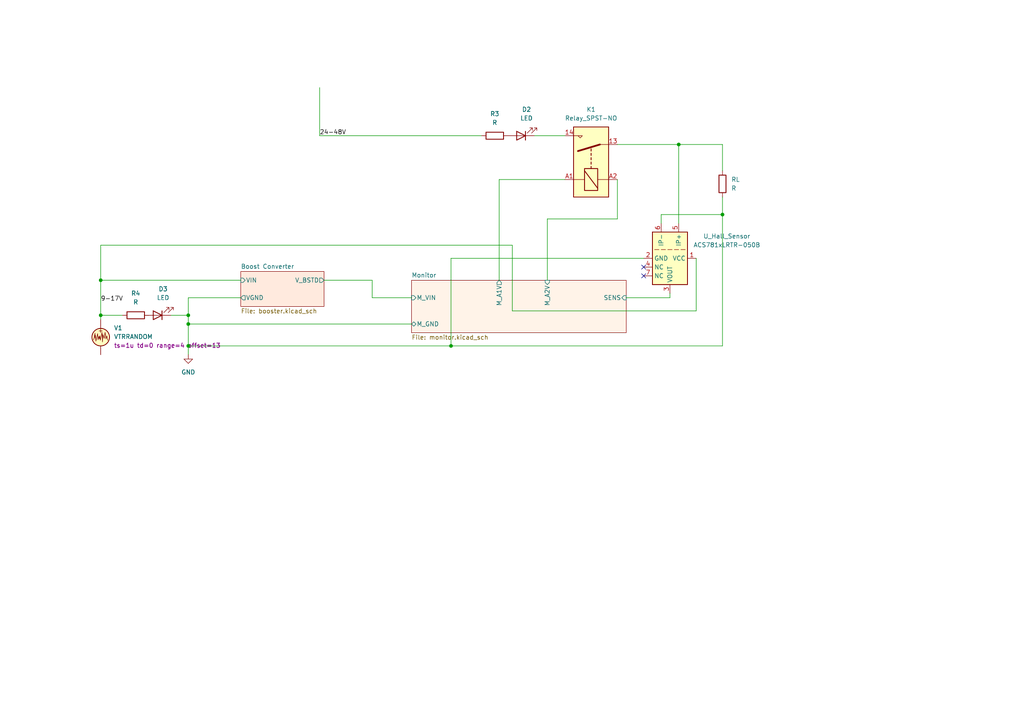
<source format=kicad_sch>
(kicad_sch (version 20250114) (generator "eeschema") (generator_version "9.0")
  (paper "A4")
  (title_block (title "Template") (date "2022-04-19") (rev "V0") (company "E-Agle TRT"))
  (lib_symbols
    (symbol "Device:LED" (pin_numbers (hide yes)) (pin_names (offset 1.016) (hide yes))
      (property "Reference" "D" (at 0 2.54 0))
      (property "Value" "LED" (at 0 -2.54 0))
      (symbol "LED_0_1"
        (polyline (pts (xy -3.048 -0.762) (xy -4.572 -2.286) (xy -3.81 -2.286) (xy -4.572 -2.286) (xy -4.572 -1.524)))
        (polyline (pts (xy -1.778 -0.762) (xy -3.302 -2.286) (xy -2.54 -2.286) (xy -3.302 -2.286) (xy -3.302 -1.524)))
        (polyline (pts (xy -1.27 0) (xy 1.27 0)))
        (polyline (pts (xy -1.27 -1.27) (xy -1.27 1.27)) (stroke (width 0.254)))
        (polyline (pts (xy 1.27 -1.27) (xy 1.27 1.27) (xy -1.27 0) (xy 1.27 -1.27)) (stroke (width 0.254)))
      )
      (symbol "LED_1_1"
        (pin passive line (at -3.81 0 0) (length 2.54) (name "K") (number "1"))
        (pin passive line (at 3.81 0 180) (length 2.54) (name "A") (number "2"))
      )
    )
    (symbol "Device:R" (pin_numbers (hide yes)) (pin_names (offset 0))
      (property "Reference" "R" (at 2.032 0 90))
      (property "Value" "R" (at 0 0 90))
      (symbol "R_0_1"
        (rectangle (start -1.016 -2.54) (end 1.016 2.54) (stroke (width 0.254)))
      )
      (symbol "R_1_1"
        (pin passive line (at 0 3.81 270) (length 1.27) (name "~") (number "1"))
        (pin passive line (at 0 -3.81 90) (length 1.27) (name "~") (number "2"))
      )
    )
    (symbol "Relay:Relay_SPST-NO"
      (property "Reference" "K" (at 11.43 3.81 0))
      (property "Value" "Relay_SPST-NO" (at 11.43 1.27 0))
      (symbol "Relay_SPST-NO_0_0"
        (polyline (pts (xy 7.62 5.08) (xy 7.62 2.54) (xy 6.985 3.175) (xy 7.62 3.81)))
      )
      (symbol "Relay_SPST-NO_0_1"
        (rectangle (start -10.16 5.08) (end 10.16 -5.08) (stroke (width 0.254)) (fill (type background)))
        (rectangle (start -8.255 1.905) (end -1.905 -1.905) (stroke (width 0.254)))
        (polyline (pts (xy -7.62 -1.905) (xy -2.54 1.905)) (stroke (width 0.254)))
        (polyline (pts (xy -5.08 5.08) (xy -5.08 1.905)))
        (polyline (pts (xy -5.08 -5.08) (xy -5.08 -1.905)))
        (polyline (pts (xy -1.905 0) (xy -1.27 0)) (stroke (width 0.254)))
        (polyline (pts (xy -0.635 0) (xy 0 0)) (stroke (width 0.254)))
        (polyline (pts (xy 0.635 0) (xy 1.27 0)) (stroke (width 0.254)))
        (polyline (pts (xy 1.905 0) (xy 2.54 0)) (stroke (width 0.254)))
        (polyline (pts (xy 3.175 0) (xy 3.81 0)) (stroke (width 0.254)))
        (polyline (pts (xy 5.08 -2.54) (xy 3.175 3.81)) (stroke (width 0.508)))
        (polyline (pts (xy 5.08 -2.54) (xy 5.08 -5.08)))
      )
      (symbol "Relay_SPST-NO_1_1"
        (pin passive line (at -5.08 7.62 270) (length 2.54) (name "~") (number "A1"))
        (pin passive line (at -5.08 -7.62 90) (length 2.54) (name "~") (number "A2"))
        (pin passive line (at 5.08 -7.62 90) (length 2.54) (name "~") (number "13"))
        (pin passive line (at 7.62 7.62 270) (length 2.54) (name "~") (number "14"))
      )
    )
    (symbol "Sensor_Current:ACS781xLRTR-050B"
      (property "Reference" "U" (at -7.62 6.35 0))
      (property "Value" "ACS781xLRTR-050B" (at 2.54 6.35 0))
      (symbol "ACS781xLRTR-050B_0_1"
        (rectangle (start -7.62 5.08) (end 7.62 -5.08) (stroke (width 0.254)) (fill (type background)))
        (polyline (pts (xy -2.54 3.175) (xy -2.54 4.445)))
        (polyline (pts (xy -2.54 1.27) (xy -2.54 2.54)))
        (polyline (pts (xy -2.54 0.635) (xy -2.54 -0.635)))
        (polyline (pts (xy -2.54 -1.27) (xy -2.54 -2.54)))
        (polyline (pts (xy -2.54 -3.175) (xy -2.54 -4.445)))
      )
      (symbol "ACS781xLRTR-050B_1_1"
        (pin passive line (at -10.16 2.54 0) (length 2.54) (name "IP+") (number "5"))
        (pin passive line (at -10.16 -2.54 0) (length 2.54) (name "IP-") (number "6"))
        (pin power_in line (at 0 7.62 270) (length 2.54) (name "VCC") (number "1"))
        (pin power_in line (at 0 -7.62 90) (length 2.54) (name "GND") (number "2"))
        (pin passive line (at 2.54 -7.62 90) (length 2.54) (name "NC") (number "4"))
        (pin passive line (at 5.08 -7.62 90) (length 2.54) (name "NC") (number "7"))
        (pin output line (at 10.16 0 180) (length 2.54) (name "VOUT") (number "3"))
      )
    )
    (symbol "Simulation_SPICE:VTRRANDOM" (pin_numbers (hide yes)) (pin_names (offset 0.0254))
      (property "Reference" "V" (at 2.54 2.54 0))
      (property "Value" "VTRRANDOM" (at 2.54 0 0))
      (property "Sim.Params" "ts=1u td=0 range=1 offset=0" (at 2.54 -2.54 0))
      (symbol "VTRRANDOM_0_0"
        (text "+" (at 0 1.905 0) (effects (font (size 1.27 1.27))))
      )
      (symbol "VTRRANDOM_0_1"
        (polyline (pts (xy -2.032 -0.762) (xy -1.651 1.143) (xy -1.651 -0.254) (xy -1.524 0.508) (xy -1.397 -1.143) (xy -0.889 1.016) (xy -0.762 -0.762) (xy -0.508 0.254) (xy -0.381 -0.508) (xy -0.254 0.381) (xy -0.127 -0.889) (xy 0.381 1.397) (xy 0.508 -1.397) (xy 0.635 0.762) (xy 1.016 -0.381) (xy 1.27 1.397) (xy 1.524 -0.508) (xy 1.778 0.381) (xy 2.032 -0.889)))
        (circle (center 0 0) (radius 2.54) (stroke (width 0.254)) (fill (type background)))
      )
      (symbol "VTRRANDOM_1_1"
        (pin passive line (at 0 5.08 270) (length 2.54) (name "~") (number "1"))
        (pin passive line (at 0 -5.08 90) (length 2.54) (name "~") (number "2"))
      )
    )
    (symbol "power:GND" (power) (pin_numbers (hide yes)) (pin_names (offset 0) (hide yes))
      (property "Value" "GND" (at 0 -3.81 0))
      (symbol "GND_0_1"
        (polyline (pts (xy 0 0) (xy 0 -1.27) (xy 1.27 -1.27) (xy 0 -2.54) (xy -1.27 -1.27) (xy 0 -1.27)))
      )
      (symbol "GND_1_1"
        (pin power_in line (at 0 0 270) (length 0) (name "~") (number "1"))
      )
    )
  )
  (junction (at 196.85 41.91))
  (junction (at 209.55 62.23))
  (junction (at 130.81 100.33))
  (junction (at 54.61 93.98))
  (junction (at 29.21 91.44))
  (junction (at 29.21 81.28))
  (junction (at 54.61 91.44))
  (junction (at 54.61 100.33))
  (no_connect (at 186.69 77.47))
  (no_connect (at 186.69 80.01))
  (wire (pts (xy 194.31 86.36) (xy 194.31 85.09)))
  (wire (pts (xy 92.71 39.37) (xy 139.7 39.37)))
  (wire (pts (xy 144.78 52.07) (xy 163.83 52.07)))
  (wire (pts (xy 29.21 81.28) (xy 29.21 91.44)))
  (wire (pts (xy 54.61 93.98) (xy 54.61 100.33)))
  (wire (pts (xy 54.61 91.44) (xy 54.61 93.98)))
  (wire (pts (xy 201.93 90.17) (xy 201.93 74.93)))
  (wire (pts (xy 209.55 41.91) (xy 209.55 49.53)))
  (wire (pts (xy 196.85 64.77) (xy 196.85 41.91)))
  (wire (pts (xy 209.55 57.15) (xy 209.55 62.23)))
  (wire (pts (xy 191.77 62.23) (xy 191.77 64.77)))
  (wire (pts (xy 148.59 71.12) (xy 148.59 90.17)))
  (wire (pts (xy 54.61 100.33) (xy 130.81 100.33)))
  (wire (pts (xy 130.81 74.93) (xy 130.81 100.33)))
  (wire (pts (xy 29.21 91.44) (xy 35.56 91.44)))
  (wire (pts (xy 54.61 93.98) (xy 119.38 93.98)))
  (wire (pts (xy 107.95 81.28) (xy 107.95 86.36)))
  (wire (pts (xy 130.81 100.33) (xy 209.55 100.33)))
  (wire (pts (xy 54.61 86.36) (xy 54.61 91.44)))
  (wire (pts (xy 158.75 63.5) (xy 179.07 63.5)))
  (wire (pts (xy 29.21 81.28) (xy 69.85 81.28)))
  (wire (pts (xy 209.55 62.23) (xy 191.77 62.23)))
  (wire (pts (xy 179.07 63.5) (xy 179.07 52.07)))
  (wire (pts (xy 107.95 86.36) (xy 119.38 86.36)))
  (wire (pts (xy 209.55 62.23) (xy 209.55 100.33)))
  (wire (pts (xy 92.71 25.4) (xy 92.71 39.37)))
  (wire (pts (xy 29.21 71.12) (xy 148.59 71.12)))
  (wire (pts (xy 179.07 41.91) (xy 196.85 41.91)))
  (wire (pts (xy 158.75 81.28) (xy 158.75 63.5)))
  (wire (pts (xy 93.98 81.28) (xy 107.95 81.28)))
  (wire (pts (xy 148.59 90.17) (xy 201.93 90.17)))
  (wire (pts (xy 54.61 100.33) (xy 54.61 102.87)))
  (wire (pts (xy 186.69 74.93) (xy 130.81 74.93)))
  (wire (pts (xy 29.21 71.12) (xy 29.21 81.28)))
  (wire (pts (xy 144.78 81.28) (xy 144.78 52.07)))
  (wire (pts (xy 154.94 39.37) (xy 163.83 39.37)))
  (wire (pts (xy 69.85 86.36) (xy 54.61 86.36)))
  (wire (pts (xy 49.53 91.44) (xy 54.61 91.44)))
  (wire (pts (xy 29.21 92.71) (xy 29.21 91.44)))
  (wire (pts (xy 181.61 86.36) (xy 194.31 86.36)))
  (wire (pts (xy 43.18 91.44) (xy 41.91 91.44)))
  (wire (pts (xy 196.85 41.91) (xy 209.55 41.91)))
  (label "24-48V" (at 92.71 39.37 0))
  (label "9-17V" (at 29.21 87.63 0))
  (symbol (lib_id "Device:LED") (at 151.13 39.37 180) (unit 1)
    (property "Reference" "D2" (at 152.7175 31.75 0))
    (property "Value" "LED" (at 152.7175 34.29 0))
    (property "Footprint" "LED_THT:LED_D3.0mm" (effects (hide yes)))
    (property "Description" "Light emitting diode" (effects (hide yes)))
    (property "Sim.Pins" "1=K 2=A" (effects (hide yes)))
  )
  (symbol (lib_id "Sensor_Current:ACS781xLRTR-050B") (at 194.31 74.93 270) (unit 1)
    (property "Reference" "U_Hall_Sensor" (at 210.82 68.5098 90))
    (property "Value" "ACS781xLRTR-050B" (at 210.82 71.0498 90))
    (property "Footprint" "Sensor_Current:Allegro_PSOF-7_4.8x6.4mm_P1.60mm" (effects (hide yes)))
    (property "Datasheet" "http://www.allegromicro.com/~/media/Files/Datasheets/ACS780-Datasheet.ashx?la=en" (effects (hide yes)))
    (property "Description" "±50A Bidirectional Hall-Effect Current Sensor, +3.3V supply, 26.4mV/A, PSOF-7" (effects (hide yes)))
  )
  (symbol (lib_id "Device:LED") (at 45.72 91.44 180) (unit 1)
    (property "Reference" "D3" (at 47.3075 83.82 0))
    (property "Value" "LED" (at 47.3075 86.36 0))
    (property "Footprint" "LED_THT:LED_D3.0mm" (effects (hide yes)))
    (property "Description" "Light emitting diode" (effects (hide yes)))
    (property "Sim.Pins" "1=K 2=A" (effects (hide yes)))
  )
  (symbol (lib_id "Device:R") (at 143.51 39.37 270) (unit 1)
    (property "Reference" "R3" (at 143.51 33.02 90))
    (property "Value" "R" (at 143.51 35.56 90))
    (property "Description" "Resistor" (effects (hide yes)))
  )
  (symbol (lib_id "power:GND") (at 54.61 102.87 0) (unit 1)
    (property "Reference" "#PWR01" (effects (hide yes)))
    (property "Value" "GND" (at 54.61 107.95 0))
    (property "Description" "Power symbol creates a global label with name \"GND\" , ground" (effects (hide yes)))
  )
  (symbol (lib_id "Device:R") (at 209.55 53.34 0) (unit 1)
    (property "Reference" "RL" (at 212.09 52.0699 0) (effects (justify left)))
    (property "Value" "R" (at 212.09 54.6099 0) (effects (justify left)))
    (property "Description" "Resistor" (effects (hide yes)))
  )
  (symbol (lib_id "Relay:Relay_SPST-NO") (at 171.45 46.99 90) (unit 1)
    (property "Reference" "K1" (at 171.45 31.75 90))
    (property "Value" "Relay_SPST-NO" (at 171.45 34.29 90))
    (property "Description" "Relay SPST, normally open, EN50005" (effects (hide yes)))
  )
  (symbol (lib_id "Simulation_SPICE:VTRRANDOM") (at 29.21 97.79 0) (unit 1)
    (property "Reference" "V1" (at 33.02 95.1201 0) (effects (justify left)))
    (property "Value" "VTRRANDOM" (at 33.02 97.6601 0) (effects (justify left)))
    (property "Datasheet" "https://ngspice.sourceforge.io/docs/ngspice-html-manual/manual.xhtml#subsec_Random_voltage_source" (effects (hide yes)))
    (property "Description" "Voltage source, random noise" (effects (hide yes)))
    (property "Sim.Pins" "1=+ 2=-" (effects (hide yes)))
    (property "Sim.Params" "ts=1u td=0 range=4 offset=13" (at 33.02 100.2001 0) (effects (justify left)))
    (property "Sim.Type" "RANDUNIFORM" (effects (hide yes)))
    (property "Sim.Device" "V" (effects (hide yes)))
  )
  (symbol (lib_id "Device:R") (at 39.37 91.44 270) (unit 1)
    (property "Reference" "R4" (at 39.37 85.09 90))
    (property "Value" "R" (at 39.37 87.63 90))
    (property "Description" "Resistor" (effects (hide yes)))
  )
  (sheet (at 69.85 78.74) (size 24.13 10.16) (stroke (width 0.1524)) (fill (color 255 234 222 1.0000))
    (property "Sheetname" "Boost Converter" (at 69.85 78.0284 0) (effects (justify left bottom)))
    (property "Sheetfile" "booster.kicad_sch" (at 69.85 89.4846 0) (effects (justify left top)))
    (pin "VIN" input (at 69.85 81.28 180))
    (pin "V_BSTD" output (at 93.98 81.28 0))
    (pin "VGND" output (at 69.85 86.36 180))
  )
  (sheet (at 119.38 81.28) (size 62.23 15.24) (stroke (width 0.1524)) (fill (color 255 243 232 1.0000))
    (property "Sheetname" "Monitor" (at 119.38 80.5684 0) (effects (justify left bottom)))
    (property "Sheetfile" "monitor.kicad_sch" (at 119.38 97.1046 0) (effects (justify left top)))
    (pin "M_A1V" output (at 144.78 81.28 90))
    (pin "M_GND" bidirectional (at 119.38 93.98 180))
    (pin "M_VIN" input (at 119.38 86.36 180))
    (pin "SENS" input (at 181.61 86.36 0))
    (pin "M_A2V" input (at 158.75 81.28 90))
  )
)
</source>
